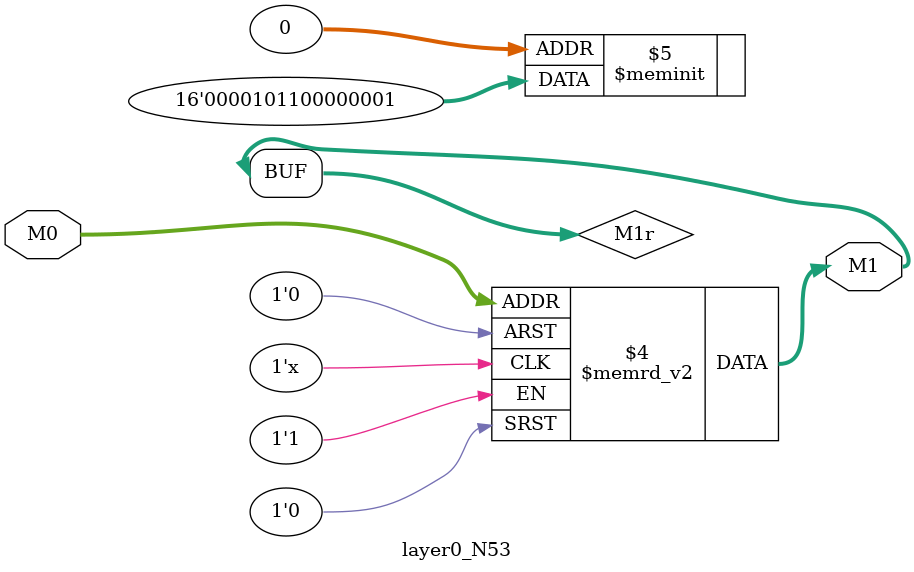
<source format=v>
module layer0_N53 ( input [2:0] M0, output [1:0] M1 );

	(*rom_style = "distributed" *) reg [1:0] M1r;
	assign M1 = M1r;
	always @ (M0) begin
		case (M0)
			3'b000: M1r = 2'b01;
			3'b100: M1r = 2'b11;
			3'b010: M1r = 2'b00;
			3'b110: M1r = 2'b00;
			3'b001: M1r = 2'b00;
			3'b101: M1r = 2'b10;
			3'b011: M1r = 2'b00;
			3'b111: M1r = 2'b00;

		endcase
	end
endmodule

</source>
